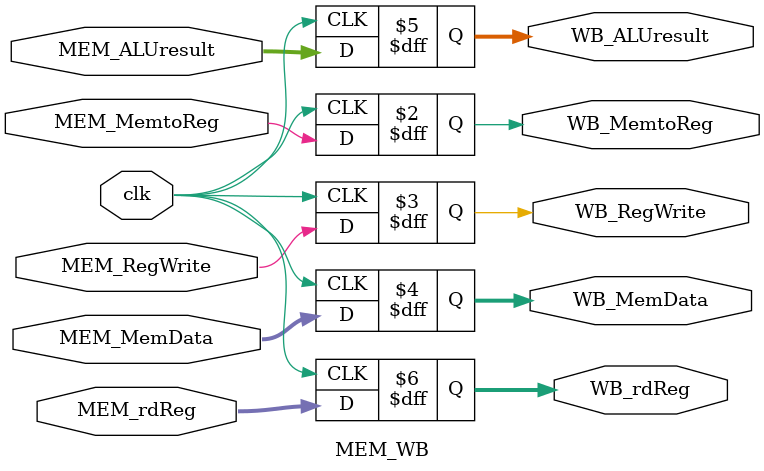
<source format=v>
module MEM_WB (
	input             clk          ,
	input             MEM_MemtoReg ,
	input             MEM_RegWrite ,
	input      [63:0] MEM_MemData  ,
	input      [63:0] MEM_ALUresult,
	input      [ 4:0] MEM_rdReg    ,
	output reg        WB_MemtoReg  ,
	output reg        WB_RegWrite  ,
	output reg [63:0] WB_MemData   ,
	output reg [63:0] WB_ALUresult ,
	output reg [ 4:0] WB_rdReg
);

	always @(posedge clk) begin
		WB_MemtoReg  <= MEM_MemtoReg;
		WB_RegWrite  <= MEM_RegWrite;
		WB_MemData   <= MEM_MemData;
		WB_ALUresult <= MEM_ALUresult;
		WB_rdReg     <= MEM_rdReg;
	end

endmodule
</source>
